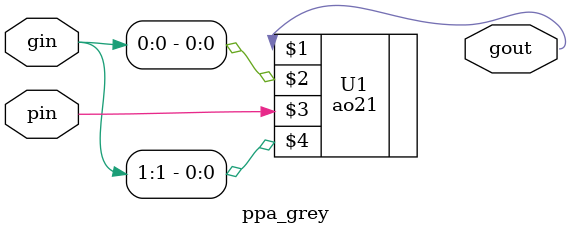
<source format=v>
module adder(cout, sum, a, b, cin);

	input [15:0] a, b;
	input cin;
	output [15:0] sum;
	output cout;

	wire p6, g6, p10, g5, g11, p11, g_lsb, p7, p1, p2, p8, p13, p4, g10, g3, g0, g2, g14, g7, p3, p12, p14, g13, g12, p5, p0, g1, g4, g8, p9, p_lsb, g9;
	wire n62, n63, n64, n65, n66, n68, n69, n71, n72, n75, n76, n79, n80, n83, n84, n87, n88, n91, n92, n95, n96, n99, n100, n103, n104, n107, n108, n111, n112, n115, n116, n119, n120, n121, n122, n123, n124, n125, n126, n128, n129, n131, n132, n134, n135, n137, n138, n141, n142, n145, n146, n149, n150, n153, n154, n157, n158, n161, n162, n165, n166, n169, n170, n171, n172, n173, n174, n175, n176, n177, n178, n179, n180, n181, n182, n184, n185, n187, n188, n190, n191, n193, n194, n196, n197, n199, n200, n202, n203, n205, n207, n209, n211, n213, n215, n217, n219, n221, n222, n223, n224, n225, n226, n227, n228;

// start of pre-processing logic

	ppa_first_pre ppa_first_pre_0_0 ( .cin( {cin} ), .pout( {p_lsb} ), .gout( {g_lsb} ) );
	ppa_pre ppa_pre_1_0 ( .a_in( {a[0]} ), .b_in( {b[0]} ), .pout( {p0} ), .gout( {g0} ) );
	ppa_pre ppa_pre_2_0 ( .a_in( {a[1]} ), .b_in( {b[1]} ), .pout( {p1} ), .gout( {g1} ) );
	ppa_pre ppa_pre_3_0 ( .a_in( {a[2]} ), .b_in( {b[2]} ), .pout( {p2} ), .gout( {g2} ) );
	ppa_pre ppa_pre_4_0 ( .a_in( {a[3]} ), .b_in( {b[3]} ), .pout( {p3} ), .gout( {g3} ) );
	ppa_pre ppa_pre_5_0 ( .a_in( {a[4]} ), .b_in( {b[4]} ), .pout( {p4} ), .gout( {g4} ) );
	ppa_pre ppa_pre_6_0 ( .a_in( {a[5]} ), .b_in( {b[5]} ), .pout( {p5} ), .gout( {g5} ) );
	ppa_pre ppa_pre_7_0 ( .a_in( {a[6]} ), .b_in( {b[6]} ), .pout( {p6} ), .gout( {g6} ) );
	ppa_pre ppa_pre_8_0 ( .a_in( {a[7]} ), .b_in( {b[7]} ), .pout( {p7} ), .gout( {g7} ) );
	ppa_pre ppa_pre_9_0 ( .a_in( {a[8]} ), .b_in( {b[8]} ), .pout( {p8} ), .gout( {g8} ) );
	ppa_pre ppa_pre_10_0 ( .a_in( {a[9]} ), .b_in( {b[9]} ), .pout( {p9} ), .gout( {g9} ) );
	ppa_pre ppa_pre_11_0 ( .a_in( {a[10]} ), .b_in( {b[10]} ), .pout( {p10} ), .gout( {g10} ) );
	ppa_pre ppa_pre_12_0 ( .a_in( {a[11]} ), .b_in( {b[11]} ), .pout( {p11} ), .gout( {g11} ) );
	ppa_pre ppa_pre_13_0 ( .a_in( {a[12]} ), .b_in( {b[12]} ), .pout( {p12} ), .gout( {g12} ) );
	ppa_pre ppa_pre_14_0 ( .a_in( {a[13]} ), .b_in( {b[13]} ), .pout( {p13} ), .gout( {g13} ) );
	ppa_pre ppa_pre_15_0 ( .a_in( {a[14]} ), .b_in( {b[14]} ), .pout( {p14} ), .gout( {g14} ) );

// start of post-processing logic

	ppa_post ppa_post_0_5 ( .gin( {n205} ), .pin( {p0} ), .sum( {sum[0]} ) );
	ppa_post ppa_post_1_5 ( .gin( {n207} ), .pin( {p1} ), .sum( {sum[1]} ) );
	ppa_post ppa_post_2_5 ( .gin( {n209} ), .pin( {p2} ), .sum( {sum[2]} ) );
	ppa_post ppa_post_3_5 ( .gin( {n211} ), .pin( {p3} ), .sum( {sum[3]} ) );
	ppa_post ppa_post_4_5 ( .gin( {n213} ), .pin( {p4} ), .sum( {sum[4]} ) );
	ppa_post ppa_post_5_5 ( .gin( {n215} ), .pin( {p5} ), .sum( {sum[5]} ) );
	ppa_post ppa_post_6_5 ( .gin( {n217} ), .pin( {p6} ), .sum( {sum[6]} ) );
	ppa_post ppa_post_7_5 ( .gin( {n219} ), .pin( {p7} ), .sum( {sum[7]} ) );
	ppa_post ppa_post_8_5 ( .gin( {n221} ), .pin( {p8} ), .sum( {sum[8]} ) );
	ppa_post ppa_post_9_5 ( .gin( {n222} ), .pin( {p9} ), .sum( {sum[9]} ) );
	ppa_post ppa_post_10_5 ( .gin( {n223} ), .pin( {p10} ), .sum( {sum[10]} ) );
	ppa_post ppa_post_11_5 ( .gin( {n224} ), .pin( {p11} ), .sum( {sum[11]} ) );
	ppa_post ppa_post_12_5 ( .gin( {n225} ), .pin( {p12} ), .sum( {sum[12]} ) );
	ppa_post ppa_post_13_5 ( .gin( {n226} ), .pin( {p13} ), .sum( {sum[13]} ) );
	ppa_post ppa_post_14_5 ( .gin( {n227} ), .pin( {p14} ), .sum( {sum[14]} ) );
	ppa_post ppa_post_15_5 ( .gin( {n228} ), .pin( {p15} ), .sum( {sum[15]} ) );

// start of custom pre/post logic

	ppa_pre ppa_pre_cout ( .a_in( a[15] ), .b_in( b[15] ), .pout ( p15 ), .gout ( g15 ) );
	ppa_grey ppa_grey_cout ( .gin ( {g15,n228} ), .pin ( p15 ), .gout ( cout ) );

// start of tree row 1

	ppa_buffer ppa_buffer_0_1 ( .gin( {g_lsb} ), .pin( {p_lsb} ), .gout( {n62} ), .pout( {n63} ) );
	ppa_grey ppa_grey_1_1 ( .gin( {g0,g_lsb} ), .pin( {p0} ), .gout( {n64} ) );
	ppa_black ppa_black_2_1 ( .gin( {g1,g0} ), .pin( {p1,p0} ), .gout( {n65} ), .pout( {n66} ) );
	ppa_black ppa_black_3_1 ( .gin( {g2,g1} ), .pin( {p2,p1} ), .gout( {n68} ), .pout( {n69} ) );
	ppa_black ppa_black_4_1 ( .gin( {g3,g2} ), .pin( {p3,p2} ), .gout( {n71} ), .pout( {n72} ) );
	ppa_black ppa_black_5_1 ( .gin( {g4,g3} ), .pin( {p4,p3} ), .gout( {n75} ), .pout( {n76} ) );
	ppa_black ppa_black_6_1 ( .gin( {g5,g4} ), .pin( {p5,p4} ), .gout( {n79} ), .pout( {n80} ) );
	ppa_black ppa_black_7_1 ( .gin( {g6,g5} ), .pin( {p6,p5} ), .gout( {n83} ), .pout( {n84} ) );
	ppa_black ppa_black_8_1 ( .gin( {g7,g6} ), .pin( {p7,p6} ), .gout( {n87} ), .pout( {n88} ) );
	ppa_black ppa_black_9_1 ( .gin( {g8,g7} ), .pin( {p8,p7} ), .gout( {n91} ), .pout( {n92} ) );
	ppa_black ppa_black_10_1 ( .gin( {g9,g8} ), .pin( {p9,p8} ), .gout( {n95} ), .pout( {n96} ) );
	ppa_black ppa_black_11_1 ( .gin( {g10,g9} ), .pin( {p10,p9} ), .gout( {n99} ), .pout( {n100} ) );
	ppa_black ppa_black_12_1 ( .gin( {g11,g10} ), .pin( {p11,p10} ), .gout( {n103} ), .pout( {n104} ) );
	ppa_black ppa_black_13_1 ( .gin( {g12,g11} ), .pin( {p12,p11} ), .gout( {n107} ), .pout( {n108} ) );
	ppa_black ppa_black_14_1 ( .gin( {g13,g12} ), .pin( {p13,p12} ), .gout( {n111} ), .pout( {n112} ) );
	ppa_black ppa_black_15_1 ( .gin( {g14,g13} ), .pin( {p14,p13} ), .gout( {n115} ), .pout( {n116} ) );

// start of tree row 2

	ppa_buffer ppa_buffer_0_2 ( .gin( {n62} ), .pin( {n63} ), .gout( {n119} ), .pout( {n120} ) );
	ppa_buffer ppa_buffer_1_2 ( .gin( {n64} ), .pin( {n0} ), .gout( {n121} ), .pout( {n122} ) );
	ppa_grey ppa_grey_2_2 ( .gin( {n65,n62} ), .pin( {n66} ), .gout( {n123} ) );
	ppa_grey ppa_grey_3_2 ( .gin( {n68,n64} ), .pin( {n69} ), .gout( {n124} ) );
	ppa_black ppa_black_4_2 ( .gin( {n71,n65} ), .pin( {n72,n66} ), .gout( {n125} ), .pout( {n126} ) );
	ppa_black ppa_black_5_2 ( .gin( {n75,n68} ), .pin( {n76,n69} ), .gout( {n128} ), .pout( {n129} ) );
	ppa_black ppa_black_6_2 ( .gin( {n79,n71} ), .pin( {n80,n72} ), .gout( {n131} ), .pout( {n132} ) );
	ppa_black ppa_black_7_2 ( .gin( {n83,n75} ), .pin( {n84,n76} ), .gout( {n134} ), .pout( {n135} ) );
	ppa_black ppa_black_8_2 ( .gin( {n87,n79} ), .pin( {n88,n80} ), .gout( {n137} ), .pout( {n138} ) );
	ppa_black ppa_black_9_2 ( .gin( {n91,n83} ), .pin( {n92,n84} ), .gout( {n141} ), .pout( {n142} ) );
	ppa_black ppa_black_10_2 ( .gin( {n95,n87} ), .pin( {n96,n88} ), .gout( {n145} ), .pout( {n146} ) );
	ppa_black ppa_black_11_2 ( .gin( {n99,n91} ), .pin( {n100,n92} ), .gout( {n149} ), .pout( {n150} ) );
	ppa_black ppa_black_12_2 ( .gin( {n103,n95} ), .pin( {n104,n96} ), .gout( {n153} ), .pout( {n154} ) );
	ppa_black ppa_black_13_2 ( .gin( {n107,n99} ), .pin( {n108,n100} ), .gout( {n157} ), .pout( {n158} ) );
	ppa_black ppa_black_14_2 ( .gin( {n111,n103} ), .pin( {n112,n104} ), .gout( {n161} ), .pout( {n162} ) );
	ppa_black ppa_black_15_2 ( .gin( {n115,n107} ), .pin( {n116,n108} ), .gout( {n165} ), .pout( {n166} ) );

// start of tree row 3

	ppa_buffer ppa_buffer_0_3 ( .gin( {n119} ), .pin( {n120} ), .gout( {n169} ), .pout( {n170} ) );
	ppa_buffer ppa_buffer_1_3 ( .gin( {n121} ), .pin( {n122} ), .gout( {n171} ), .pout( {n172} ) );
	ppa_buffer ppa_buffer_2_3 ( .gin( {n123} ), .pin( {n0} ), .gout( {n173} ), .pout( {n174} ) );
	ppa_buffer ppa_buffer_3_3 ( .gin( {n124} ), .pin( {n0} ), .gout( {n175} ), .pout( {n176} ) );
	ppa_grey ppa_grey_4_3 ( .gin( {n125,n119} ), .pin( {n126} ), .gout( {n177} ) );
	ppa_grey ppa_grey_5_3 ( .gin( {n128,n121} ), .pin( {n129} ), .gout( {n178} ) );
	ppa_grey ppa_grey_6_3 ( .gin( {n131,n123} ), .pin( {n132} ), .gout( {n179} ) );
	ppa_grey ppa_grey_7_3 ( .gin( {n134,n124} ), .pin( {n135} ), .gout( {n180} ) );
	ppa_black ppa_black_8_3 ( .gin( {n137,n125} ), .pin( {n138,n126} ), .gout( {n181} ), .pout( {n182} ) );
	ppa_black ppa_black_9_3 ( .gin( {n141,n128} ), .pin( {n142,n129} ), .gout( {n184} ), .pout( {n185} ) );
	ppa_black ppa_black_10_3 ( .gin( {n145,n131} ), .pin( {n146,n132} ), .gout( {n187} ), .pout( {n188} ) );
	ppa_black ppa_black_11_3 ( .gin( {n149,n134} ), .pin( {n150,n135} ), .gout( {n190} ), .pout( {n191} ) );
	ppa_black ppa_black_12_3 ( .gin( {n153,n137} ), .pin( {n154,n138} ), .gout( {n193} ), .pout( {n194} ) );
	ppa_black ppa_black_13_3 ( .gin( {n157,n141} ), .pin( {n158,n142} ), .gout( {n196} ), .pout( {n197} ) );
	ppa_black ppa_black_14_3 ( .gin( {n161,n145} ), .pin( {n162,n146} ), .gout( {n199} ), .pout( {n200} ) );
	ppa_black ppa_black_15_3 ( .gin( {n165,n149} ), .pin( {n166,n150} ), .gout( {n202} ), .pout( {n203} ) );

// start of tree row 4

	assign n206 = n170;
	assign n205 = n169;
	assign n208 = n172;
	assign n207 = n171;
	assign n210 = n174;
	assign n209 = n173;
	assign n212 = n176;
	assign n211 = n175;
	assign n214 = n0;
	assign n213 = n177;
	assign n216 = n0;
	assign n215 = n178;
	assign n218 = n0;
	assign n217 = n179;
	assign n220 = n0;
	assign n219 = n180;
	ppa_grey ppa_grey_8_4 ( .gin( {n181,n169} ), .pin( {n182} ), .gout( {n221} ) );
	ppa_grey ppa_grey_9_4 ( .gin( {n184,n171} ), .pin( {n185} ), .gout( {n222} ) );
	ppa_grey ppa_grey_10_4 ( .gin( {n187,n173} ), .pin( {n188} ), .gout( {n223} ) );
	ppa_grey ppa_grey_11_4 ( .gin( {n190,n175} ), .pin( {n191} ), .gout( {n224} ) );
	ppa_grey ppa_grey_12_4 ( .gin( {n193,n177} ), .pin( {n194} ), .gout( {n225} ) );
	ppa_grey ppa_grey_13_4 ( .gin( {n196,n178} ), .pin( {n197} ), .gout( {n226} ) );
	ppa_grey ppa_grey_14_4 ( .gin( {n199,n179} ), .pin( {n200} ), .gout( {n227} ) );
	ppa_grey ppa_grey_15_4 ( .gin( {n202,n180} ), .pin( {n203} ), .gout( {n228} ) );

endmodule

module ppa_pre(a_in, b_in, pout, gout);

	input a_in, b_in;
	output pout, gout;

	xor2 U1(pout,a_in,b_in);
	and2 U2(gout,a_in,b_in);

endmodule

module ppa_post(pin, gin, sum);

	input pin, gin;
	output sum;

	xor2 U1(sum,pin,gin);

endmodule

module ppa_buffer(pin, gin, pout, gout);

	input pin, gin;
	output pout, gout;

	buffer U1(pout,pin);
	buffer U2(gout,gin);

endmodule

module ppa_black(gin, pin, gout, pout);

	input [1:0] gin, pin;
	output gout, pout;

	and2 U1(pout,pin[1],pin[0]);
	ao21 U2(gout,gin[0],pin[1],gin[1]);

endmodule

module ppa_first_pre(cin, pout, gout);

	input cin;
	output pout, gout;

	assign pout=1'b0;
	assign gout=cin;

endmodule

module ppa_grey(gin, pin, gout);

	input[1:0] gin;
	input pin;
	output gout;

	ao21 U1(gout,gin[0],pin,gin[1]);

endmodule

</source>
